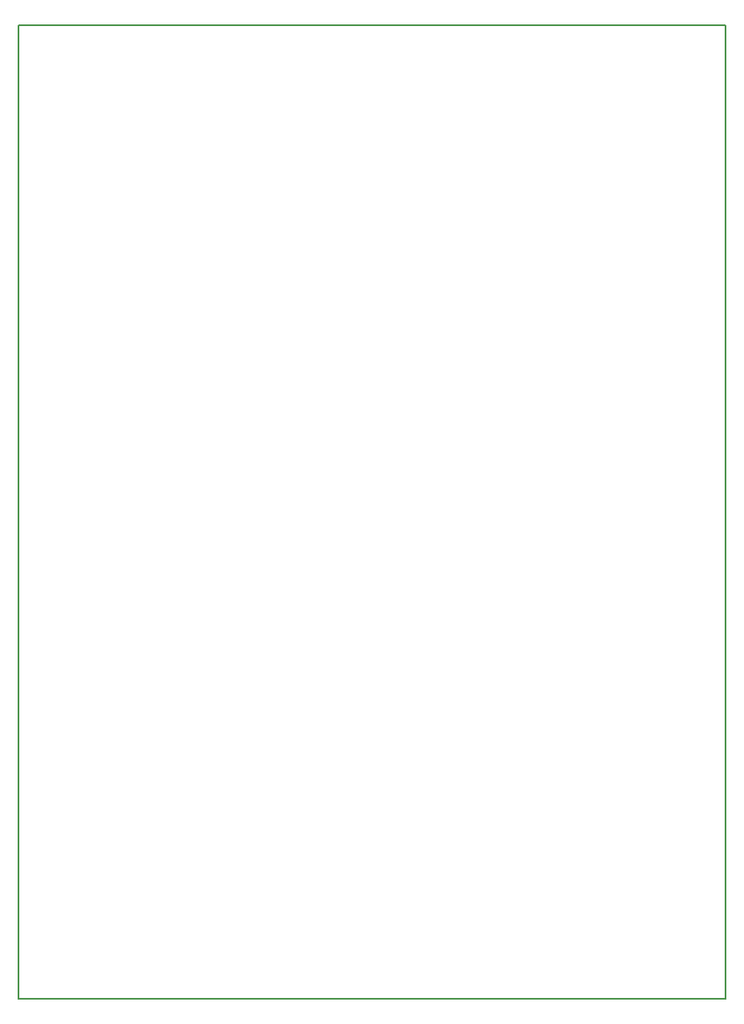
<source format=gbr>
%TF.GenerationSoftware,KiCad,Pcbnew,(6.0.1)*%
%TF.CreationDate,2022-04-23T13:54:07+02:00*%
%TF.ProjectId,ba_nano_version_2,62615f6e-616e-46f5-9f76-657273696f6e,rev?*%
%TF.SameCoordinates,Original*%
%TF.FileFunction,Profile,NP*%
%FSLAX46Y46*%
G04 Gerber Fmt 4.6, Leading zero omitted, Abs format (unit mm)*
G04 Created by KiCad (PCBNEW (6.0.1)) date 2022-04-23 13:54:07*
%MOMM*%
%LPD*%
G01*
G04 APERTURE LIST*
%TA.AperFunction,Profile*%
%ADD10C,0.200000*%
%TD*%
G04 APERTURE END LIST*
D10*
X170166182Y-52472336D02*
X170166182Y-150490936D01*
X98893782Y-150490936D02*
X98893782Y-52472336D01*
X170166182Y-150490936D02*
X98893782Y-150490936D01*
X98893782Y-52472336D02*
X170166182Y-52472336D01*
M02*

</source>
